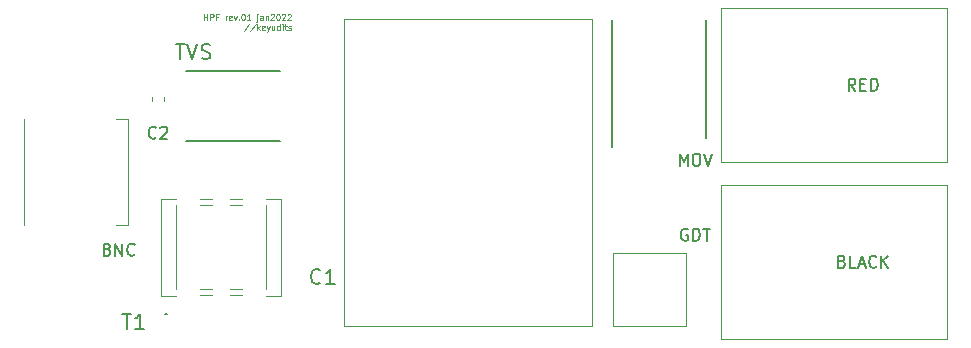
<source format=gto>
G04 #@! TF.GenerationSoftware,KiCad,Pcbnew,(5.1.6-0)*
G04 #@! TF.CreationDate,2022-02-03T18:07:08-05:00*
G04 #@! TF.ProjectId,HPF_test_01,4850465f-7465-4737-945f-30312e6b6963,rev?*
G04 #@! TF.SameCoordinates,Original*
G04 #@! TF.FileFunction,Legend,Top*
G04 #@! TF.FilePolarity,Positive*
%FSLAX46Y46*%
G04 Gerber Fmt 4.6, Leading zero omitted, Abs format (unit mm)*
G04 Created by KiCad (PCBNEW (5.1.6-0)) date 2022-02-03 18:07:08*
%MOMM*%
%LPD*%
G01*
G04 APERTURE LIST*
%ADD10C,0.100000*%
%ADD11C,0.120000*%
%ADD12C,0.200000*%
%ADD13C,0.150000*%
%ADD14R,1.720000X3.475000*%
%ADD15R,1.300000X3.475000*%
%ADD16C,1.624000*%
%ADD17C,4.500000*%
%ADD18C,2.400000*%
%ADD19C,3.300000*%
%ADD20R,5.100000X1.400000*%
%ADD21R,3.300000X2.850000*%
%ADD22C,2.125000*%
%ADD23C,1.855000*%
%ADD24R,2.300000X3.250000*%
G04 APERTURE END LIST*
D10*
X111354619Y-76001190D02*
X111354619Y-75501190D01*
X111354619Y-75739285D02*
X111640333Y-75739285D01*
X111640333Y-76001190D02*
X111640333Y-75501190D01*
X111878428Y-76001190D02*
X111878428Y-75501190D01*
X112068904Y-75501190D01*
X112116523Y-75525000D01*
X112140333Y-75548809D01*
X112164142Y-75596428D01*
X112164142Y-75667857D01*
X112140333Y-75715476D01*
X112116523Y-75739285D01*
X112068904Y-75763095D01*
X111878428Y-75763095D01*
X112545095Y-75739285D02*
X112378428Y-75739285D01*
X112378428Y-76001190D02*
X112378428Y-75501190D01*
X112616523Y-75501190D01*
X113187952Y-76001190D02*
X113187952Y-75667857D01*
X113187952Y-75763095D02*
X113211761Y-75715476D01*
X113235571Y-75691666D01*
X113283190Y-75667857D01*
X113330809Y-75667857D01*
X113687952Y-75977380D02*
X113640333Y-76001190D01*
X113545095Y-76001190D01*
X113497476Y-75977380D01*
X113473666Y-75929761D01*
X113473666Y-75739285D01*
X113497476Y-75691666D01*
X113545095Y-75667857D01*
X113640333Y-75667857D01*
X113687952Y-75691666D01*
X113711761Y-75739285D01*
X113711761Y-75786904D01*
X113473666Y-75834523D01*
X113878428Y-75667857D02*
X113997476Y-76001190D01*
X114116523Y-75667857D01*
X114307000Y-75953571D02*
X114330809Y-75977380D01*
X114307000Y-76001190D01*
X114283190Y-75977380D01*
X114307000Y-75953571D01*
X114307000Y-76001190D01*
X114640333Y-75501190D02*
X114687952Y-75501190D01*
X114735571Y-75525000D01*
X114759380Y-75548809D01*
X114783190Y-75596428D01*
X114807000Y-75691666D01*
X114807000Y-75810714D01*
X114783190Y-75905952D01*
X114759380Y-75953571D01*
X114735571Y-75977380D01*
X114687952Y-76001190D01*
X114640333Y-76001190D01*
X114592714Y-75977380D01*
X114568904Y-75953571D01*
X114545095Y-75905952D01*
X114521285Y-75810714D01*
X114521285Y-75691666D01*
X114545095Y-75596428D01*
X114568904Y-75548809D01*
X114592714Y-75525000D01*
X114640333Y-75501190D01*
X115283190Y-76001190D02*
X114997476Y-76001190D01*
X115140333Y-76001190D02*
X115140333Y-75501190D01*
X115092714Y-75572619D01*
X115045095Y-75620238D01*
X114997476Y-75644047D01*
X115878428Y-75667857D02*
X115878428Y-76096428D01*
X115854619Y-76144047D01*
X115807000Y-76167857D01*
X115783190Y-76167857D01*
X115878428Y-75501190D02*
X115854619Y-75525000D01*
X115878428Y-75548809D01*
X115902238Y-75525000D01*
X115878428Y-75501190D01*
X115878428Y-75548809D01*
X116330809Y-76001190D02*
X116330809Y-75739285D01*
X116307000Y-75691666D01*
X116259380Y-75667857D01*
X116164142Y-75667857D01*
X116116523Y-75691666D01*
X116330809Y-75977380D02*
X116283190Y-76001190D01*
X116164142Y-76001190D01*
X116116523Y-75977380D01*
X116092714Y-75929761D01*
X116092714Y-75882142D01*
X116116523Y-75834523D01*
X116164142Y-75810714D01*
X116283190Y-75810714D01*
X116330809Y-75786904D01*
X116568904Y-75667857D02*
X116568904Y-76001190D01*
X116568904Y-75715476D02*
X116592714Y-75691666D01*
X116640333Y-75667857D01*
X116711761Y-75667857D01*
X116759380Y-75691666D01*
X116783190Y-75739285D01*
X116783190Y-76001190D01*
X116997476Y-75548809D02*
X117021285Y-75525000D01*
X117068904Y-75501190D01*
X117187952Y-75501190D01*
X117235571Y-75525000D01*
X117259380Y-75548809D01*
X117283190Y-75596428D01*
X117283190Y-75644047D01*
X117259380Y-75715476D01*
X116973666Y-76001190D01*
X117283190Y-76001190D01*
X117592714Y-75501190D02*
X117640333Y-75501190D01*
X117687952Y-75525000D01*
X117711761Y-75548809D01*
X117735571Y-75596428D01*
X117759380Y-75691666D01*
X117759380Y-75810714D01*
X117735571Y-75905952D01*
X117711761Y-75953571D01*
X117687952Y-75977380D01*
X117640333Y-76001190D01*
X117592714Y-76001190D01*
X117545095Y-75977380D01*
X117521285Y-75953571D01*
X117497476Y-75905952D01*
X117473666Y-75810714D01*
X117473666Y-75691666D01*
X117497476Y-75596428D01*
X117521285Y-75548809D01*
X117545095Y-75525000D01*
X117592714Y-75501190D01*
X117949857Y-75548809D02*
X117973666Y-75525000D01*
X118021285Y-75501190D01*
X118140333Y-75501190D01*
X118187952Y-75525000D01*
X118211761Y-75548809D01*
X118235571Y-75596428D01*
X118235571Y-75644047D01*
X118211761Y-75715476D01*
X117926047Y-76001190D01*
X118235571Y-76001190D01*
X118426047Y-75548809D02*
X118449857Y-75525000D01*
X118497476Y-75501190D01*
X118616523Y-75501190D01*
X118664142Y-75525000D01*
X118687952Y-75548809D01*
X118711761Y-75596428D01*
X118711761Y-75644047D01*
X118687952Y-75715476D01*
X118402238Y-76001190D01*
X118711761Y-76001190D01*
X115187952Y-76327380D02*
X114759380Y-76970238D01*
X115711761Y-76327380D02*
X115283190Y-76970238D01*
X115878428Y-76851190D02*
X115878428Y-76351190D01*
X115926047Y-76660714D02*
X116068904Y-76851190D01*
X116068904Y-76517857D02*
X115878428Y-76708333D01*
X116473666Y-76827380D02*
X116426047Y-76851190D01*
X116330809Y-76851190D01*
X116283190Y-76827380D01*
X116259380Y-76779761D01*
X116259380Y-76589285D01*
X116283190Y-76541666D01*
X116330809Y-76517857D01*
X116426047Y-76517857D01*
X116473666Y-76541666D01*
X116497476Y-76589285D01*
X116497476Y-76636904D01*
X116259380Y-76684523D01*
X116664142Y-76517857D02*
X116783190Y-76851190D01*
X116902238Y-76517857D02*
X116783190Y-76851190D01*
X116735571Y-76970238D01*
X116711761Y-76994047D01*
X116664142Y-77017857D01*
X117307000Y-76517857D02*
X117307000Y-76851190D01*
X117092714Y-76517857D02*
X117092714Y-76779761D01*
X117116523Y-76827380D01*
X117164142Y-76851190D01*
X117235571Y-76851190D01*
X117283190Y-76827380D01*
X117307000Y-76803571D01*
X117759380Y-76851190D02*
X117759380Y-76351190D01*
X117759380Y-76827380D02*
X117711761Y-76851190D01*
X117616523Y-76851190D01*
X117568904Y-76827380D01*
X117545095Y-76803571D01*
X117521285Y-76755952D01*
X117521285Y-76613095D01*
X117545095Y-76565476D01*
X117568904Y-76541666D01*
X117616523Y-76517857D01*
X117711761Y-76517857D01*
X117759380Y-76541666D01*
X117997476Y-76851190D02*
X117997476Y-76517857D01*
X117997476Y-76351190D02*
X117973666Y-76375000D01*
X117997476Y-76398809D01*
X118021285Y-76375000D01*
X117997476Y-76351190D01*
X117997476Y-76398809D01*
X118164142Y-76517857D02*
X118354619Y-76517857D01*
X118235571Y-76351190D02*
X118235571Y-76779761D01*
X118259380Y-76827380D01*
X118307000Y-76851190D01*
X118354619Y-76851190D01*
X118497476Y-76827380D02*
X118545095Y-76851190D01*
X118640333Y-76851190D01*
X118687952Y-76827380D01*
X118711761Y-76779761D01*
X118711761Y-76755952D01*
X118687952Y-76708333D01*
X118640333Y-76684523D01*
X118568904Y-76684523D01*
X118521285Y-76660714D01*
X118497476Y-76613095D01*
X118497476Y-76589285D01*
X118521285Y-76541666D01*
X118568904Y-76517857D01*
X118640333Y-76517857D01*
X118687952Y-76541666D01*
D11*
X108966000Y-91694000D02*
X108966000Y-98806000D01*
X116586000Y-91694000D02*
X116586000Y-98806000D01*
D10*
X114554000Y-91192000D02*
X113538000Y-91192000D01*
X112014000Y-91192000D02*
X110998000Y-91192000D01*
X112014000Y-99320000D02*
X110998000Y-99320000D01*
X114554000Y-99320000D02*
X113538000Y-99320000D01*
X114554000Y-98812000D02*
X113538000Y-98812000D01*
X112014000Y-98812000D02*
X110998000Y-98812000D01*
X114554000Y-91700000D02*
X113538000Y-91700000D01*
X112014000Y-91700000D02*
X110998000Y-91700000D01*
X117856000Y-99350000D02*
X116586000Y-99350000D01*
X116586000Y-91150000D02*
X117856000Y-91150000D01*
X107696000Y-91150000D02*
X108966000Y-91150000D01*
X117856000Y-91150000D02*
X117856000Y-99350000D01*
X108966000Y-99350000D02*
X107696000Y-99350000D01*
X107696000Y-99350000D02*
X107696000Y-91150000D01*
D12*
X108078000Y-100926000D02*
X108078000Y-100926000D01*
X108178000Y-100926000D02*
X108178000Y-100926000D01*
X108078000Y-100926000D02*
X108078000Y-100926000D01*
X108178000Y-100926000D02*
G75*
G02*
X108078000Y-100926000I-50000J0D01*
G01*
X108078000Y-100926000D02*
G75*
G02*
X108178000Y-100926000I50000J0D01*
G01*
X108178000Y-100926000D02*
G75*
G02*
X108078000Y-100926000I-50000J0D01*
G01*
D11*
X123190000Y-75900000D02*
X123190000Y-101900000D01*
X123190000Y-75900000D02*
X144190000Y-75900000D01*
X144190000Y-75900000D02*
X144190000Y-101900000D01*
X123190000Y-101900000D02*
X144190000Y-101900000D01*
X174282000Y-75034000D02*
X155082000Y-75034000D01*
X174282000Y-75034000D02*
X174282000Y-88034000D01*
X155082000Y-88034000D02*
X174282000Y-88034000D01*
X155082000Y-75034000D02*
X155082000Y-88034000D01*
X174282000Y-90020000D02*
X155082000Y-90020000D01*
X174282000Y-90020000D02*
X174282000Y-103020000D01*
X155082000Y-103020000D02*
X174282000Y-103020000D01*
X155082000Y-90020000D02*
X155082000Y-103020000D01*
D10*
X145998000Y-95706000D02*
X152198000Y-95706000D01*
X145998000Y-101906000D02*
X145998000Y-95706000D01*
X152198000Y-101906000D02*
X145998000Y-101906000D01*
X152198000Y-95706000D02*
X152198000Y-101906000D01*
D12*
X153860000Y-86026000D02*
X153860000Y-76026000D01*
X145860000Y-76026000D02*
X145860000Y-86801000D01*
D10*
X104886000Y-84400000D02*
X103886000Y-84400000D01*
X104886000Y-93400000D02*
X104886000Y-84400000D01*
X103886000Y-93400000D02*
X104886000Y-93400000D01*
X96086000Y-93400000D02*
X96086000Y-84400000D01*
D12*
X109822000Y-86264000D02*
X117762000Y-86264000D01*
X117762000Y-80360000D02*
X109822000Y-80360000D01*
D11*
X107952000Y-82519733D02*
X107952000Y-82862267D01*
X106932000Y-82519733D02*
X106932000Y-82862267D01*
D13*
X104442380Y-100904523D02*
X105168095Y-100904523D01*
X104805238Y-102174523D02*
X104805238Y-100904523D01*
X106256666Y-102174523D02*
X105530952Y-102174523D01*
X105893809Y-102174523D02*
X105893809Y-100904523D01*
X105772857Y-101085952D01*
X105651904Y-101206904D01*
X105530952Y-101267380D01*
X121200333Y-98243571D02*
X121139857Y-98304047D01*
X120958428Y-98364523D01*
X120837476Y-98364523D01*
X120656047Y-98304047D01*
X120535095Y-98183095D01*
X120474619Y-98062142D01*
X120414142Y-97820238D01*
X120414142Y-97638809D01*
X120474619Y-97396904D01*
X120535095Y-97275952D01*
X120656047Y-97155000D01*
X120837476Y-97094523D01*
X120958428Y-97094523D01*
X121139857Y-97155000D01*
X121200333Y-97215476D01*
X122409857Y-98364523D02*
X121684142Y-98364523D01*
X122047000Y-98364523D02*
X122047000Y-97094523D01*
X121926047Y-97275952D01*
X121805095Y-97396904D01*
X121684142Y-97457380D01*
X166489142Y-81986380D02*
X166155809Y-81510190D01*
X165917714Y-81986380D02*
X165917714Y-80986380D01*
X166298666Y-80986380D01*
X166393904Y-81034000D01*
X166441523Y-81081619D01*
X166489142Y-81176857D01*
X166489142Y-81319714D01*
X166441523Y-81414952D01*
X166393904Y-81462571D01*
X166298666Y-81510190D01*
X165917714Y-81510190D01*
X166917714Y-81462571D02*
X167251047Y-81462571D01*
X167393904Y-81986380D02*
X166917714Y-81986380D01*
X166917714Y-80986380D01*
X167393904Y-80986380D01*
X167822476Y-81986380D02*
X167822476Y-80986380D01*
X168060571Y-80986380D01*
X168203428Y-81034000D01*
X168298666Y-81129238D01*
X168346285Y-81224476D01*
X168393904Y-81414952D01*
X168393904Y-81557809D01*
X168346285Y-81748285D01*
X168298666Y-81843523D01*
X168203428Y-81938761D01*
X168060571Y-81986380D01*
X167822476Y-81986380D01*
X165370095Y-96448571D02*
X165512952Y-96496190D01*
X165560571Y-96543809D01*
X165608190Y-96639047D01*
X165608190Y-96781904D01*
X165560571Y-96877142D01*
X165512952Y-96924761D01*
X165417714Y-96972380D01*
X165036761Y-96972380D01*
X165036761Y-95972380D01*
X165370095Y-95972380D01*
X165465333Y-96020000D01*
X165512952Y-96067619D01*
X165560571Y-96162857D01*
X165560571Y-96258095D01*
X165512952Y-96353333D01*
X165465333Y-96400952D01*
X165370095Y-96448571D01*
X165036761Y-96448571D01*
X166512952Y-96972380D02*
X166036761Y-96972380D01*
X166036761Y-95972380D01*
X166798666Y-96686666D02*
X167274857Y-96686666D01*
X166703428Y-96972380D02*
X167036761Y-95972380D01*
X167370095Y-96972380D01*
X168274857Y-96877142D02*
X168227238Y-96924761D01*
X168084380Y-96972380D01*
X167989142Y-96972380D01*
X167846285Y-96924761D01*
X167751047Y-96829523D01*
X167703428Y-96734285D01*
X167655809Y-96543809D01*
X167655809Y-96400952D01*
X167703428Y-96210476D01*
X167751047Y-96115238D01*
X167846285Y-96020000D01*
X167989142Y-95972380D01*
X168084380Y-95972380D01*
X168227238Y-96020000D01*
X168274857Y-96067619D01*
X168703428Y-96972380D02*
X168703428Y-95972380D01*
X169274857Y-96972380D02*
X168846285Y-96400952D01*
X169274857Y-95972380D02*
X168703428Y-96543809D01*
X152288952Y-93734000D02*
X152193714Y-93686380D01*
X152050857Y-93686380D01*
X151908000Y-93734000D01*
X151812761Y-93829238D01*
X151765142Y-93924476D01*
X151717523Y-94114952D01*
X151717523Y-94257809D01*
X151765142Y-94448285D01*
X151812761Y-94543523D01*
X151908000Y-94638761D01*
X152050857Y-94686380D01*
X152146095Y-94686380D01*
X152288952Y-94638761D01*
X152336571Y-94591142D01*
X152336571Y-94257809D01*
X152146095Y-94257809D01*
X152765142Y-94686380D02*
X152765142Y-93686380D01*
X153003238Y-93686380D01*
X153146095Y-93734000D01*
X153241333Y-93829238D01*
X153288952Y-93924476D01*
X153336571Y-94114952D01*
X153336571Y-94257809D01*
X153288952Y-94448285D01*
X153241333Y-94543523D01*
X153146095Y-94638761D01*
X153003238Y-94686380D01*
X152765142Y-94686380D01*
X153622285Y-93686380D02*
X154193714Y-93686380D01*
X153908000Y-94686380D02*
X153908000Y-93686380D01*
X151622285Y-88336380D02*
X151622285Y-87336380D01*
X151955619Y-88050666D01*
X152288952Y-87336380D01*
X152288952Y-88336380D01*
X152955619Y-87336380D02*
X153146095Y-87336380D01*
X153241333Y-87384000D01*
X153336571Y-87479238D01*
X153384190Y-87669714D01*
X153384190Y-88003047D01*
X153336571Y-88193523D01*
X153241333Y-88288761D01*
X153146095Y-88336380D01*
X152955619Y-88336380D01*
X152860380Y-88288761D01*
X152765142Y-88193523D01*
X152717523Y-88003047D01*
X152717523Y-87669714D01*
X152765142Y-87479238D01*
X152860380Y-87384000D01*
X152955619Y-87336380D01*
X153669904Y-87336380D02*
X154003238Y-88336380D01*
X154336571Y-87336380D01*
X103187619Y-95432571D02*
X103330476Y-95480190D01*
X103378095Y-95527809D01*
X103425714Y-95623047D01*
X103425714Y-95765904D01*
X103378095Y-95861142D01*
X103330476Y-95908761D01*
X103235238Y-95956380D01*
X102854285Y-95956380D01*
X102854285Y-94956380D01*
X103187619Y-94956380D01*
X103282857Y-95004000D01*
X103330476Y-95051619D01*
X103378095Y-95146857D01*
X103378095Y-95242095D01*
X103330476Y-95337333D01*
X103282857Y-95384952D01*
X103187619Y-95432571D01*
X102854285Y-95432571D01*
X103854285Y-95956380D02*
X103854285Y-94956380D01*
X104425714Y-95956380D01*
X104425714Y-94956380D01*
X105473333Y-95861142D02*
X105425714Y-95908761D01*
X105282857Y-95956380D01*
X105187619Y-95956380D01*
X105044761Y-95908761D01*
X104949523Y-95813523D01*
X104901904Y-95718285D01*
X104854285Y-95527809D01*
X104854285Y-95384952D01*
X104901904Y-95194476D01*
X104949523Y-95099238D01*
X105044761Y-95004000D01*
X105187619Y-94956380D01*
X105282857Y-94956380D01*
X105425714Y-95004000D01*
X105473333Y-95051619D01*
X108978095Y-78044523D02*
X109703809Y-78044523D01*
X109340952Y-79314523D02*
X109340952Y-78044523D01*
X109945714Y-78044523D02*
X110369047Y-79314523D01*
X110792380Y-78044523D01*
X111155238Y-79254047D02*
X111336666Y-79314523D01*
X111639047Y-79314523D01*
X111760000Y-79254047D01*
X111820476Y-79193571D01*
X111880952Y-79072619D01*
X111880952Y-78951666D01*
X111820476Y-78830714D01*
X111760000Y-78770238D01*
X111639047Y-78709761D01*
X111397142Y-78649285D01*
X111276190Y-78588809D01*
X111215714Y-78528333D01*
X111155238Y-78407380D01*
X111155238Y-78286428D01*
X111215714Y-78165476D01*
X111276190Y-78105000D01*
X111397142Y-78044523D01*
X111699523Y-78044523D01*
X111880952Y-78105000D01*
X107275333Y-85955142D02*
X107227714Y-86002761D01*
X107084857Y-86050380D01*
X106989619Y-86050380D01*
X106846761Y-86002761D01*
X106751523Y-85907523D01*
X106703904Y-85812285D01*
X106656285Y-85621809D01*
X106656285Y-85478952D01*
X106703904Y-85288476D01*
X106751523Y-85193238D01*
X106846761Y-85098000D01*
X106989619Y-85050380D01*
X107084857Y-85050380D01*
X107227714Y-85098000D01*
X107275333Y-85145619D01*
X107656285Y-85145619D02*
X107703904Y-85098000D01*
X107799142Y-85050380D01*
X108037238Y-85050380D01*
X108132476Y-85098000D01*
X108180095Y-85145619D01*
X108227714Y-85240857D01*
X108227714Y-85336095D01*
X108180095Y-85478952D01*
X107608666Y-86050380D01*
X108227714Y-86050380D01*
%LPC*%
D14*
X115616000Y-90340000D03*
D15*
X112776000Y-90340000D03*
D14*
X109936000Y-90340000D03*
X109936000Y-100160000D03*
D15*
X112776000Y-100160000D03*
D14*
X115616000Y-100160000D03*
D16*
X121190000Y-77650000D03*
X121190000Y-100150000D03*
D17*
X100584000Y-99314000D03*
X100584000Y-78740000D03*
X150876000Y-91186000D03*
D18*
X167142000Y-76454000D03*
X167142000Y-86614000D03*
X156982000Y-86614000D03*
X156982000Y-76454000D03*
D19*
X160782000Y-81534000D03*
D18*
X167142000Y-91440000D03*
X167142000Y-101600000D03*
X156982000Y-101600000D03*
X156982000Y-91440000D03*
D19*
X160782000Y-96520000D03*
D20*
X149098000Y-100556000D03*
X149098000Y-97056000D03*
D21*
X149860000Y-76626000D03*
X149860000Y-85426000D03*
D22*
X97536000Y-85200000D03*
X102616000Y-85200000D03*
X102616000Y-92600000D03*
X97536000Y-92600000D03*
D23*
X100076000Y-88900000D03*
D24*
X117292000Y-83312000D03*
X110292000Y-83312000D03*
G36*
G01*
X107179500Y-82991000D02*
X107704500Y-82991000D01*
G75*
G02*
X107967000Y-83253500I0J-262500D01*
G01*
X107967000Y-83878500D01*
G75*
G02*
X107704500Y-84141000I-262500J0D01*
G01*
X107179500Y-84141000D01*
G75*
G02*
X106917000Y-83878500I0J262500D01*
G01*
X106917000Y-83253500D01*
G75*
G02*
X107179500Y-82991000I262500J0D01*
G01*
G37*
G36*
G01*
X107179500Y-81241000D02*
X107704500Y-81241000D01*
G75*
G02*
X107967000Y-81503500I0J-262500D01*
G01*
X107967000Y-82128500D01*
G75*
G02*
X107704500Y-82391000I-262500J0D01*
G01*
X107179500Y-82391000D01*
G75*
G02*
X106917000Y-82128500I0J262500D01*
G01*
X106917000Y-81503500D01*
G75*
G02*
X107179500Y-81241000I262500J0D01*
G01*
G37*
M02*

</source>
